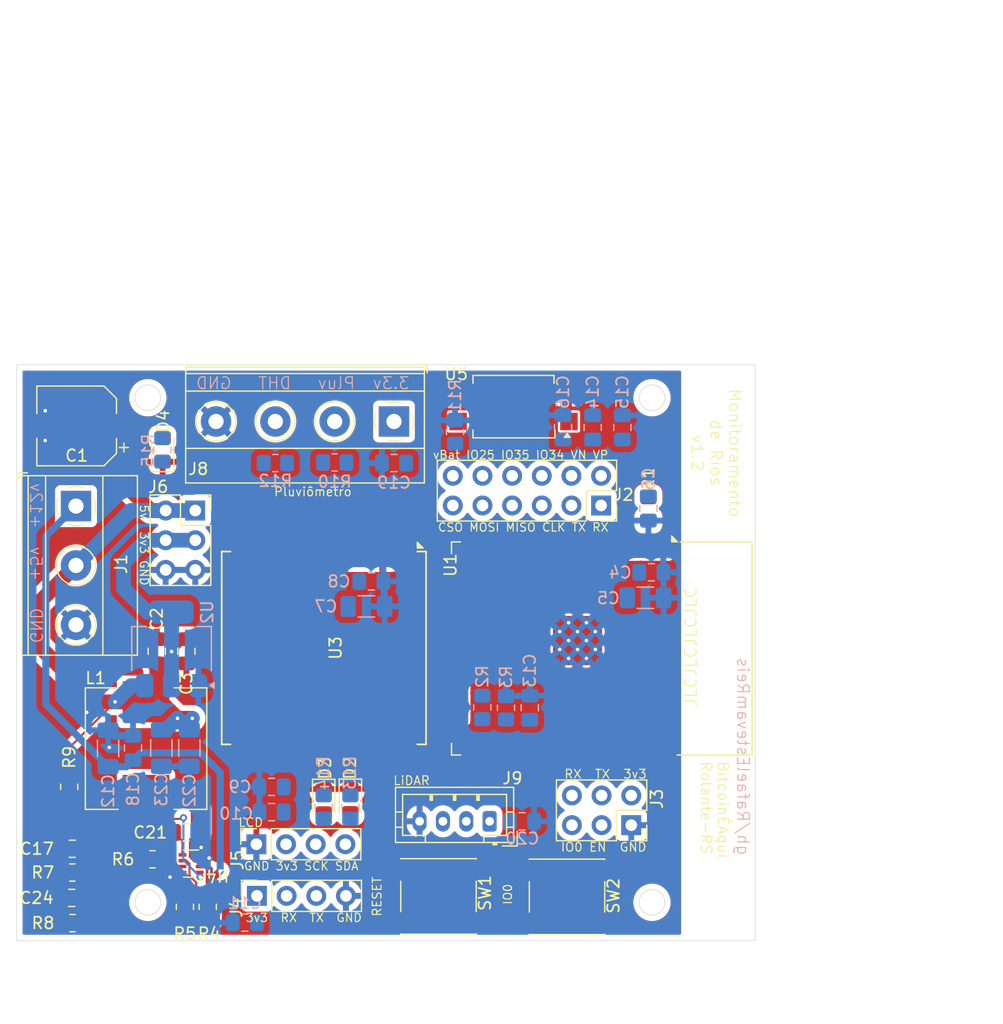
<source format=kicad_pcb>
(kicad_pcb (version 20240108) (generator "pcbnew") (generator_version "8.0")
  (layers (0 "F.Cu" signal) (1 "In1.Cu" signal) (2 "In2.Cu" signal) (31 "B.Cu" signal) (34 "B.Paste" user) (35 "F.Paste" user) (36 "B.SilkS" user "B.Silkscreen") (37 "F.SilkS" user "F.Silkscreen") (38 "B.Mask" user) (39 "F.Mask" user) (44 "Edge.Cuts" user))
  (net 0 "")
  (net 1 "+5V")
  (net 2 "GND")
  (net 3 "+3.3V")
  (net 4 "/EN")
  (net 5 "/VBAT_DIV")
  (net 6 "/AVN")
  (net 7 "/AVP")
  (net 8 "/IO34")
  (net 9 "Net-(D2-A)")
  (net 10 "/VBAT")
  (net 11 "/RXD0")
  (net 12 "/IO0")
  (net 13 "/TXD0")
  (net 14 "/HSPI_CLK")
  (net 15 "/HSPI_MOSI")
  (net 16 "/HSPI_MISO")
  (net 17 "/HSPI_CSO")
  (net 18 "/L_TXD")
  (net 19 "/L_RXD")
  (net 20 "/LCD_SCK")
  (net 21 "/LCD_SDA")
  (net 22 "/SX_DIO0")
  (net 23 "/SX_SCK")
  (net 26 "Net-(D3-A)")
  (net 29 "/SX_MOSI")
  (net 30 "/SX_NSS")
  (net 31 "/SX_RST")
  (net 33 "/SX_MISO")
  (net 34 "/DX_DIO1")
  (net 37 "/SX_DIO2")
  (net 41 "/S_PLUV_RAW")
  (net 42 "Net-(R10-Pad1)")
  (net 43 "Net-(R11-Pad2)")
  (net 44 "Net-(D4-A)")
  (net 45 "/IO04")
  (net 46 "/LED_Status")
  (net 47 "/S_PLUV")
  (net 48 "+12V")
  (net 49 "Net-(U4-SS)")
  (net 50 "Net-(U4-SW)")
  (net 51 "Net-(U4-BST)")
  (net 52 "Net-(C24-Pad1)")
  (net 53 "Net-(U4-EN)")
  (net 54 "Net-(U4-FB)")
  (net 55 "Net-(U4-PG)")
  (footprint "Resistor_SMD:R_0805_2012Metric_Pad1.20x1.40mm_HandSolder" (layer "F.Cu") (at 149.5485 90.7925 90)
    (property "Reference" "R1")
    (property "Value" "12k")
  )
  (footprint "Connector_PinSocket_2.54mm:PinSocket_1x04_P2.54mm_Vertical" (layer "F.Cu") (at 115.9764 119.4858 90)
    (property "Reference" "J5")
    (property "Value" "LCD")
  )
  (footprint "Button_Switch_SMD:SW_Push_1P1T_NO_6x6mm_H9.5mm" (layer "F.Cu") (at 131.572 123.952)
    (property "Reference" "SW1")
    (property "Value" "EN")
  )
  (footprint "LED_SMD:LED_0805_2012Metric_Pad1.15x1.40mm_HandSolder" (layer "F.Cu") (at 107.95 85.7406 90)
    (property "Reference" "D4")
    (property "Value" "LED")
  )
  (footprint "Capacitor_SMD:C_0805_2012Metric_Pad1.18x1.45mm_HandSolder" (layer "F.Cu") (at 107.442 102.9755 90)
    (property "Reference" "C2")
    (property "Value" "22uF")
  )
  (footprint "Connector_PinSocket_2.54mm:PinSocket_2x06_P2.54mm_Vertical" (layer "F.Cu") (at 145.5 90.5 -90)
    (property "Reference" "J2")
    (property "Value" "IO")
  )
  (footprint "Connector_PinSocket_2.54mm:PinSocket_2x03_P2.54mm_Vertical" (layer "F.Cu") (at 148.082 117.856 -90)
    (property "Reference" "J3")
    (property "Value" "PGM2")
  )
  (footprint "Resistor_SMD:R_0805_2012Metric_Pad1.20x1.40mm_HandSolder" (layer "F.Cu") (at 111.8108 124.841 -90)
    (property "Reference" "R4")
    (property "Value" "191k")
  )
  (footprint "Resistor_SMD:R_0805_2012Metric_Pad1.20x1.40mm_HandSolder" (layer "F.Cu") (at 100.2116 121.9068 180)
    (property "Reference" "R7")
    (property "Value" "10k")
  )
  (footprint "Capacitor_SMD:C_0805_2012Metric_Pad1.18x1.45mm_HandSolder" (layer "F.Cu") (at 109.982 102.9755 -90)
    (property "Reference" "C3")
    (property "Value" "22uF")
  )
  (footprint "Connector_PinSocket_2.54mm:PinSocket_1x04_P2.54mm_Vertical" (layer "F.Cu") (at 116.0272 123.9054 90)
    (property "Reference" "J4")
    (property "Value" "USS")
  )
  (footprint "RF_Module:ESP32-WROOM-32" (layer "F.Cu") (at 142.5685 102.7345 -90)
    (property "Reference" "U1")
    (property "Value" "ESP32-WROOM-32")
  )
  (footprint "Capacitor_SMD:C_0805_2012Metric_Pad1.18x1.45mm_HandSolder" (layer "F.Cu") (at 100.2061 119.8748 180)
    (property "Reference" "C17")
    (property "Value" "22nF")
  )
  (footprint "Resistor_SMD:R_0805_2012Metric_Pad1.20x1.40mm_HandSolder" (layer "F.Cu") (at 99.949 114.57 90)
    (property "Reference" "R9")
    (property "Value" "10k")
  )
  (footprint "Capacitor_SMD:CP_Elec_6.3x5.7" (layer "F.Cu") (at 100.584 83.693 180)
    (property "Reference" "C1")
    (property "Value" "100uF")
  )
  (footprint "Package_SO:SSO-4_6.7x5.1mm_P2.54mm_Clearance8mm" (layer "F.Cu") (at 137.998 82.042 180)
    (property "Reference" "U5")
    (property "Value" "PC817")
  )
  (footprint "Capacitor_SMD:C_0805_2012Metric_Pad1.18x1.45mm_HandSolder" (layer "F.Cu") (at 109.9605 118.4778)
    (property "Reference" "C21")
    (property "Value" "100nF")
  )
  (footprint "LED_SMD:LED_0805_2012Metric_Pad1.15x1.40mm_HandSolder" (layer "F.Cu") (at 124.0282 115.7684 -90)
    (property "Reference" "D2")
    (property "Value" "LED")
  )
  (footprint "Button_Switch_SMD:SW_Push_1P1T_NO_6x6mm_H9.5mm" (layer "F.Cu") (at 142.583 123.988)
    (property "Reference" "SW2")
    (property "Value" "IO0")
  )
  (footprint "Inductor_SMD:L_Wuerth_HCI-1040" (layer "F.Cu") (at 106.5276 111.3028 90)
    (property "Reference" "L1")
    (property "Value" "6.8uH")
  )
  (footprint "Capacitor_SMD:C_0805_2012Metric_Pad1.18x1.45mm_HandSolder" (layer "F.Cu") (at 100.1645 124.079 180)
    (property "Reference" "C24")
    (property "Value" "300pF")
  )
  (footprint "LED_SMD:LED_0805_2012Metric_Pad1.15x1.40mm_HandSolder" (layer "F.Cu") (at 121.7422 115.7864 -90)
    (property "Reference" "D3")
    (property "Value" "LED")
  )
  (footprint "TerminalBlock_Phoenix:TerminalBlock_Phoenix_MKDS-1,5-4-5.08_1x04_P5.08mm_Horizontal" (layer "F.Cu") (at 127.762 83.312 180)
    (property "Reference" "J8")
    (property "Value" "Pluv")
  )
  (footprint "Resistor_SMD:R_0805_2012Metric_Pad1.20x1.40mm_HandSolder" (layer "F.Cu") (at 107.077 120.777 180)
    (property "Reference" "R6")
    (property "Value" "10k")
  )
  (footprint "Resistor_SMD:R_0805_2012Metric_Pad1.20x1.40mm_HandSolder" (layer "F.Cu") (at 109.855 124.8476 90)
    (property "Reference" "R5")
    (property "Value" "50k")
  )
  (footprint "RF_Module:Ai-Thinker-Ra-01-LoRa" (layer "F.Cu") (at 121.757 102.693 -90)
    (property "Reference" "U3")
    (property "Value" "Ai-Thinker-Ra-02")
  )
  (footprint "Connector_PinSocket_2.54mm:PinSocket_2x03_P2.54mm_Vertical" (layer "F.Cu") (at 110.744 90.932)
    (property "Reference" "J6")
    (property "Value" "SNS_PWR")
  )
  (footprint "Package_TO_SOT_SMD:SOT-583-8" (layer "F.Cu") (at 110.385 121.1448 180)
    (property "Reference" "U4")
    (property "Value" "MP2338GTL")
  )
  (footprint "Connector_JST:JST_PH_B4B-PH-K_1x04_P2.00mm_Vertical" (layer "F.Cu") (at 135.953 117.5258 180)
    (property "Reference" "J9")
    (property "Value" "Lidar")
  )
  (footprint "TerminalBlock_Phoenix:TerminalBlock_Phoenix_MKDS-1,5-3-5.08_1x03_P5.08mm_Horizontal" (layer "F.Cu") (at 100.5265 90.551 -90)
    (property "Reference" "J1")
    (property "Value" "PWR")
  )
  (footprint "Resistor_SMD:R_0805_2012Metric_Pad1.20x1.40mm_HandSolder" (layer "F.Cu") (at 100.2276 126.238 180)
    (property "Reference" "R8")
    (property "Value" "91k")
  )
  (footprint "Capacitor_SMD:C_0805_2012Metric_Pad1.18x1.45mm_HandSolder" (layer "B.Cu") (at 125.821 96.9995)
    (property "Reference" "C8")
    (property "Value" "100nf")
  )
  (footprint "Capacitor_SMD:C_0805_2012Metric_Pad1.18x1.45mm_HandSolder" (layer "B.Cu") (at 149.5485 90.755 -90)
    (property "Reference" "C6")
    (property "Value" "100nF")
  )
  (footprint "Resistor_SMD:R_0805_2012Metric_Pad1.20x1.40mm_HandSolder" (layer "B.Cu") (at 117.602 86.868 180)
    (property "Reference" "R12")
    (property "Value" "10k")
  )
  (footprint "Resistor_SMD:R_0805_2012Metric_Pad1.20x1.40mm_HandSolder" (layer "B.Cu") (at 124.0282 116.3014 90)
    (property "Reference" "R13")
    (property "Value" "200")
  )
  (footprint "Resistor_SMD:R_0805_2012Metric_Pad1.20x1.40mm_HandSolder" (layer "B.Cu") (at 121.7422 116.3014 90)
    (property "Reference" "R14")
    (property "Value" "200")
  )
  (footprint "Capacitor_SMD:C_0805_2012Metric_Pad1.18x1.45mm_HandSolder" (layer "B.Cu") (at 138.7255 117.5258)
    (property "Reference" "C20")
    (property "Value" "22uF")
  )
  (footprint "Capacitor_SMD:C_1206_3216Metric_Pad1.33x1.80mm_HandSolder" (layer "B.Cu") (at 110.236 111.252 -90)
    (property "Reference" "C22")
    (property "Value" "22uF")
  )
  (footprint "Resistor_SMD:R_0805_2012Metric_Pad1.20x1.40mm_HandSolder" (layer "B.Cu") (at 137.3565 107.8105 90)
    (property "Reference" "R3")
    (property "Value" "8k2")
  )
  (footprint "Package_TO_SOT_SMD:SOT-223-3_TabPin2" (layer "B.Cu") (at 108.712 102.768 90)
    (property "Reference" "U2")
    (property "Value" "AMS1117")
  )
  (footprint "Capacitor_SMD:C_0805_2012Metric_Pad1.18x1.45mm_HandSolder" (layer "B.Cu") (at 149.8025 96.216)
    (property "Reference" "C4")
    (property "Value" "100nF")
  )
  (footprint "Capacitor_SMD:C_0805_2012Metric_Pad1.18x1.45mm_HandSolder" (layer "B.Cu") (at 142.24 83.82 -90)
    (property "Reference" "C16")
    (property "Value" "100nF")
  )
  (footprint "Capacitor_SMD:C_0805_2012Metric_Pad1.18x1.45mm_HandSolder" (layer "B.Cu") (at 117.2757 116.7384)
    (property "Reference" "C10")
    (property "Value" "100nF")
  )
  (footprint "Resistor_SMD:R_0805_2012Metric_Pad1.20x1.40mm_HandSolder" (layer "B.Cu") (at 122.682 86.8172)
    (property "Reference" "R10")
    (property "Value" "470R")
  )
  (footprint "Capacitor_SMD:C_0805_2012Metric_Pad1.18x1.45mm_HandSolder" (layer "B.Cu") (at 144.78 83.82 -90)
    (property "Reference" "C14")
    (property "Value" "100nF")
  )
  (footprint "Resistor_SMD:R_0805_2012Metric_Pad1.20x1.40mm_HandSolder" (layer "B.Cu") (at 135.3245 107.7785 -90)
    (property "Reference" "R2")
    (property "Value" "100k")
  )
  (footprint "Capacitor_SMD:C_0805_2012Metric_Pad1.18x1.45mm_HandSolder" (layer "B.Cu") (at 114.9897 126.1914 180)
    (property "Reference" "C11")
    (property "Value" "22uF")
  )
  (footprint "Capacitor_SMD:C_0805_2012Metric_Pad1.18x1.45mm_HandSolder" (layer "B.Cu") (at 139.3885 107.805 -90)
    (property "Reference" "C13")
    (property "Value" "100nF")
  )
  (footprint "Capacitor_SMD:C_1206_3216Metric_Pad1.33x1.80mm_HandSolder" (layer "B.Cu") (at 125.4015 99.137)
    (property "Reference" "C7")
    (property "Value" "22uF")
  )
  (footprint "Resistor_SMD:R_0805_2012Metric_Pad1.20x1.40mm_HandSolder" (layer "B.Cu") (at 107.9246 85.741 -90)
    (property "Reference" "R15")
    (property "Value" "200")
  )
  (footprint "Capacitor_SMD:C_0805_2012Metric_Pad1.18x1.45mm_HandSolder" (layer "B.Cu") (at 127.762 86.868)
    (property "Reference" "C19")
    (property "Value" "22uF")
  )
  (footprint "Capacitor_SMD:C_0805_2012Metric_Pad1.18x1.45mm_HandSolder" (layer "B.Cu") (at 105.41 111.252 90)
    (property "Reference" "C18")
    (property "Value" "100nF")
  )
  (footprint "Capacitor_SMD:C_0805_2012Metric_Pad1.18x1.45mm_HandSolder" (layer "B.Cu") (at 117.2757 114.5794 180)
    (property "Reference" "C9")
    (property "Value" "22uF")
  )
  (footprint "Capacitor_SMD:C_1206_3216Metric_Pad1.33x1.80mm_HandSolder" (layer "B.Cu") (at 149.2945 98.3965)
    (property "Reference" "C5")
    (property "Value" "22uF")
  )
  (footprint "Capacitor_SMD:C_1206_3216Metric_Pad1.33x1.80mm_HandSolder" (layer "B.Cu") (at 107.8361 111.252 -90)
    (property "Reference" "C23")
    (property "Value" "22uF")
  )
  (footprint "Capacitor_SMD:C_1206_3216Metric_Pad1.33x1.80mm_HandSolder" (layer "B.Cu") (at 103.276694 111.2905 90)
    (property "Reference" "C12")
    (property "Value" "22uF")
  )
  (footprint "Capacitor_SMD:C_0805_2012Metric_Pad1.18x1.45mm_HandSolder" (layer "B.Cu") (at 147.32 83.82 -90)
    (property "Reference" "C15")
    (property "Value" "100nF")
  )
  (footprint "Resistor_SMD:R_0805_2012Metric_Pad1.20x1.40mm_HandSolder" (layer "B.Cu") (at 132.9944 84.2104 -90)
    (property "Reference" "R11")
    (property "Value" "10k")
  )
  (gr_circle (center 149.86 81.28) (end 149.86 82.38) (stroke (width 0.05)) (fill none) (layer "Edge.Cuts"))
  (gr_rect (start 95.4465 78.4575) (end 158.6925 127.7335) (stroke (width 0.05)) (fill none) (layer "Edge.Cuts"))
  (gr_circle (center 149.86 124.46) (end 149.86 125.56) (stroke (width 0.05)) (fill none) (layer "Edge.Cuts"))
  (gr_circle (center 106.68 81.28) (end 106.68 82.38) (stroke (width 0.05)) (fill none) (layer "Edge.Cuts"))
  (gr_circle (center 106.68 124.46) (end 106.68 125.56) (stroke (width 0.05)) (fill none) (layer "Edge.Cuts"))
  (gr_text "3.3v  Pluv   DHT   GND" (at 129.159 80.6196 0) (layer "B.SilkS") (effects (font (size 1 1) (thickness 0.1)) (justify left bottom mirror)))
  (gr_text "GND   +5v  +12v" (at 96.52 102.362 270) (layer "B.SilkS") (effects (font (size 1 1) (thickness 0.1)) (justify left bottom mirror)))
  (gr_text "gh/RafaelEstevamReis" (at 157.0736 120.4976 -90) (layer "B.SilkS") (effects (font (size 1 1) (thickness 0.1)) (justify left bottom mirror)))
  (gr_text "IO0 EN  GND" (at 141.9927 120.1705 0) (layer "F.SilkS") (effects (font (size 0.75 0.75) (thickness 0.1)) (justify left bottom)))
  (gr_text "vBat IO25 IO35 IO34 VN VP" (at 131.0386 86.5886 0) (layer "F.SilkS") (effects (font (size 0.7112 0.7112) (thickness 0.1)) (justify left bottom)))
  (gr_text "RESET" (at 126.746 125.73 90) (layer "F.SilkS") (effects (font (size 0.75 0.75) (thickness 0.1)) (justify left bottom)))
  (gr_text "LiDAR" (at 127.6472 114.4778 0) (layer "F.SilkS") (effects (font (size 0.75 0.75) (thickness 0.1)) (justify left bottom)))
  (gr_text "CSO MOSI MISO CLK TX RX" (at 131.4704 92.7862 0) (layer "F.SilkS") (effects (font (size 0.7112 0.7112) (thickness 0.1)) (justify left bottom)))
  (gr_text "Pluviômetro" (at 117.4242 89.7636 0) (layer "F.SilkS") (effects (font (size 0.75 0.75) (thickness 0.1)) (justify left bottom)))
  (gr_text "BitcoinÉAqui\nRolante-RS" (at 153.9748 112.3188 270) (layer "F.SilkS") (effects (font (size 0.9 0.9) (thickness 0.1)) (justify left bottom)))
  (gr_text "3v3  RX  TX  GND" (at 115.0112 126.1914 0) (layer "F.SilkS") (effects (font (size 0.7112 0.7112) (thickness 0.1)) (justify left bottom)))
  (gr_text "GND 3v3 SCK SDA" (at 114.8588 121.7718 0) (layer "F.SilkS") (effects (font (size 0.7112 0.7112) (thickness 0.1)) (justify left bottom)))
  (gr_text "Monitoramento\nde Rios\nv1.2" (at 153.162 86.0044 270) (layer "F.SilkS") (effects (font (size 1 1) (thickness 0.1)) (justify bottom)))
  (gr_text "IO0" (at 137.922 124.714 90) (layer "F.SilkS") (effects (font (size 0.7112 0.7112) (thickness 0.1)) (justify left bottom)))
  (gr_text "RX  TX  3v3" (at 142.2975 113.9221 0) (layer "F.SilkS") (effects (font (size 0.75 0.75) (thickness 0.1)) (justify left bottom)))
  (gr_text "LCD" (at 114.3762 118.0634 0) (layer "F.SilkS") (effects (font (size 0.75 0.75) (thickness 0.1)) (justify left bottom)))
  (gr_text "5v  3v3 GND" (at 105.9434 90.3732 270) (layer "F.SilkS") (effects (font (size 0.7112 0.7112) (thickness 0.1)) (justify left bottom)))
  (gr_text "JLCJLCJLCJLC" (at 153.7716 107.7976 90) (layer "F.SilkS") (effects (font (size 1 1) (thickness 0.1)) (justify left bottom)))
  (segment (start 100.0783 123.1277) (end 100.0783 117.236952) (width 0.1778) (layer "F.Cu") (net 1))
  (segment (start 107.442 104.013) (end 107.442 106.3884) (width 1.27) (layer "F.Cu") (net 1))
  (segment (start 99.2276 126.238) (end 99.2276 124.1796) (width 0.1778) (layer "F.Cu") (net 1))
  (segment (start 99.949 113.57) (end 99.949 111.2276) (width 0.1778) (layer "F.Cu") (net 1))
  (segment (start 106.5276 107.3028) (end 107.8108 107.3028) (width 1.27) (layer "F.Cu") (net 1))
  (segment (start 108.204 90.932) (end 106.934 90.932) (width 1.27) (layer "F.Cu") (net 1))
  (segment (start 98.933 116.091652) (end 98.933 114.586) (width 0.1778) (layer "F.Cu") (net 1))
  (segment (start 99.949 111.2276) (end 103.8738 107.3028) (width 0.1778) (layer "F.Cu") (net 1))
  (segment (start 109.22 108.712) (end 110.49 108.712) (width 1.27) (layer "F.Cu") (net 1))
  (segment (start 107.442 106.3884) (end 106.5276 107.3028) (width 1.27) (layer "F.Cu") (net 1))
  (segment (start 100.5265 95.631) (end 97.1804 98.9771) (width 1.27) (layer "F.Cu") (net 1))
  (segment (start 109.093 108.585) (end 109.22 108.712) (width 1.27) (layer "F.Cu") (net 1))
  (segment (start 99.127 124.079) (end 100.0783 123.1277) (width 0.1778) (layer "F.Cu") (net 1))
  (segment (start 106.934 90.932) (end 103.284 87.282) (width 1.27) (layer "F.Cu") (net 1))
  (segment (start 100.0783 117.236952) (end 98.933 116.091652) (width 0.1778) (layer "F.Cu") (net 1))
  (segment (start 98.933 114.586) (end 99.949 113.57) (width 0.1778) (layer "F.Cu") (net 1))
  (segment (start 107.8108 107.3028) (end 109.093 108.585) (width 1.27) (layer "F.Cu") (net 1))
  (segment (start 103.284 87.282) (end 103.284 83.693) (width 1.27) (layer "F.Cu") (net 1))
  (segment (start 97.1804 102.356274) (end 102.126926 107.3028) (width 1.27) (layer "F.Cu") (net 1))
  (segment (start 103.8738 107.3028) (end 106.5276 107.3028) (width 1.27) (layer "F.Cu") (net 1))
  (segment (start 102.126926 107.3028) (end 103.8738 107.3028) (width 1.27) (layer "F.Cu") (net 1))
  (segment (start 99.2276 124.1796) (end 99.127 124.079) (width 0.1778) (layer "F.Cu") (net 1))
  (segment (start 97.1804 98.9771) (end 97.1804 102.356274) (width 1.27) (layer "F.Cu") (net 1))
  (via (at 109.22 108.712) (size 0.6096) (drill 0.3048) (layers "F.Cu" "B.Cu") (net 1))
  (via (at 103.8738 107.3028) (size 0.6096) (drill 0.3048) (layers "F.Cu" "B.Cu") (net 1))
  (via (at 110.49 108.712) (size 0.6096) (drill 0.3048) (layers "F.Cu" "B.Cu") (net 1))
  (segment (start 110.236 109.6895) (end 110.236 108.966) (width 1.27) (layer "B.Cu") (net 1))
  (segment (start 107.8361 109.6895) (end 108.2425 109.6895) (width 1.27) (layer "B.Cu") (net 1))
  (segment (start 108.2425 109.6895) (end 109.22 108.712) (width 1.27) (layer "B.Cu") (net 1))
  (segment (start 100.5265 95.631) (end 105.2255 90.932) (width 1.27) (layer "B.Cu") (net 1))
  (segment (start 110.236 108.966) (end 110.49 108.712) (width 1.27) (layer "B.Cu") (net 1))
  (segment (start 105.2586 105.918) (end 103.8738 107.3028) (width 1.27) (layer "B.Cu") (net 1))
  (segment (start 110.236 109.6895) (end 110.1975 109.6895) (width 1.27) (layer "B.Cu") (net 1))
  (segment (start 106.412 105.918) (end 105.2586 105.918) (width 1.27) (layer "B.Cu") (net 1))
  (segment (start 105.2255 90.932) (end 110.744 90.932) (width 1.27) (layer "B.Cu") (net 1))
  (segment (start 110.1975 109.6895) (end 109.22 108.712) (width 1.27) (layer "B.Cu") (net 1))
  (segment (start 109.855 123.8476) (end 109.855 123.571) (width 0.3048) (layer "F.Cu") (net 2))
  (segment (start 111.125 120.3948) (end 111.651959 120.3948) (width 0.3048) (layer "F.Cu") (net 2))
  (segment (start 111.125 119.888) (end 111.252 119.761) (width 0.3048) (layer "F.Cu") (net 2))
  (segment (start 109.855 123.571) (end 108.585 122.301) (width 0.3048) (layer "F.Cu") (net 2))
  (segment (start 111.125 120.3948) (end 111.125 119.888) (width 0.3048) (layer "F.Cu") (net 2))
  (segment (start 111.651959 120.3948) (end 111.928336 120.671177) (width 0.3048) (layer "F.Cu") (net 2))
  (via (at 97.8916 84.9376) (size 0.6096) (drill 0.3048) (layers "F.Cu" "B.Cu") (net 2))
  (via (at 103.378 111.2012) (size 0.6096) (drill 0.3048) (layers "F.Cu" "B.Cu") (net 2))
  (via (at 111.252 119.761) (size 0.6096) (drill 0.3048) (layers "F.Cu" "B.Cu") (net 2))
  (via (at 108.585 122.301) (size 0.6096) (drill 0.3048) (layers "F.Cu" "B.Cu") (net 2))
  (via (at 101.4476 108.204) (size 0.6096) (drill 0.3048) (layers "F.Cu" "B.Cu") (net 2))
  (via (at 97.8916 82.3976) (size 0.6096) (drill 0.3048) (layers "F.Cu" "B.Cu") (net 2))
  (via (at 111.928336 120.671177) (size 0.6096) (drill 0.3048) (layers "F.Cu" "B.Cu") (net 2))
  (segment (start 103.763194 110.2145) (end 103.276694 109.728) (width 0.6096) (layer "B.Cu") (net 2))
  (segment (start 105.41 110.2145) (end 103.763194 110.2145) (width 0.6096) (layer "B.Cu") (net 2))
  (segment (start 109.982 101.938) (end 109.771 101.938) (width 0.6096) (layer "F.Cu") (net 3))
  (segment (start 109.771 101.938) (end 108.712 102.997) (width 0.6096) (layer "F.Cu") (net 3))
  (via (at 108.712 102.997) (size 0.6096) (drill 0.3048) (layers "F.Cu" "B.Cu") (net 3))
  (segment (start 104.5972 97.5868) (end 104.5972 95.4024) (width 1.27) (layer "B.Cu") (net 3))
  (segment (start 108.712 99.618) (end 106.6284 99.618) (width 1.27) (layer "B.Cu") (net 3))
  (segment (start 108.712 102.997) (end 108.712 99.618) (width 1.27) (layer "B.Cu") (net 3))
  (segment (start 106.6284 99.618) (end 104.5972 97.5868) (width 1.27) (layer "B.Cu") (net 3))
  (segment (start 108.712 105.918) (end 108.712 102.997) (width 1.27) (layer "B.Cu") (net 3))
  (segment (start 104.5972 95.4024) (end 106.5276 93.472) (width 1.27) (layer "B.Cu") (net 3))
  (segment (start 106.5276 93.472) (end 110.744 93.472) (width 1.27) (layer "B.Cu") (net 3))
  (segment (start 111.9426 122.4788) (end 112.1664 122.4788) (width 0.6096) (layer "F.Cu") (net 48))
  (segment (start 111.701535 121.3948) (end 111.9426 121.635865) (width 0.3048) (layer "F.Cu") (net 48))
  (segment (start 111.125 121.3948) (end 111.701535 121.3948) (width 0.3048) (layer "F.Cu") (net 48))
  (segment (start 112.1664 122.4788) (end 112.8776 121.7676) (width 0.6096) (layer "F.Cu") (net 48))
  (segment (start 111.8108 123.841) (end 111.9426 123.7092) (width 0.6096) (layer "F.Cu") (net 48))
  (segment (start 111.9426 123.7092) (end 111.9426 122.4788) (width 0.6096) (layer "F.Cu") (net 48))
  (segment (start 111.9426 122.4788) (end 111.9426 121.635865) (width 0.6096) (layer "F.Cu") (net 48))
  (via (at 112.8776 121.7676) (size 0.6096) (drill 0.3048) (layers "F.Cu" "B.Cu") (net 48))
  (segment (start 105.41 112.2895) (end 106.0301 111.6694) (width 0.6096) (layer "B.Cu") (net 48))
  (segment (start 97.9424 93.1351) (end 100.5265 90.551) (width 0.6096) (layer "B.Cu") (net 48))
  (segment (start 103.276694 112.853) (end 97.9424 107.518706) (width 0.6096) (layer "B.Cu") (net 48))
  (segment (start 97.9424 107.518706) (end 97.9424 93.1351) (width 0.6096) (layer "B.Cu") (net 48))
  (segment (start 103.276694 112.853) (end 104.8465 112.853) (width 0.6096) (layer "B.Cu") (net 48))
  (segment (start 112.8776 113.35062) (end 112.8776 121.7676) (width 0.6096) (layer "B.Cu") (net 48))
  (segment (start 104.8465 112.853) (end 105.41 112.2895) (width 0.6096) (layer "B.Cu") (net 48))
  (segment (start 106.0301 111.6694) (end 111.19638 111.6694) (width 0.6096) (layer "B.Cu") (net 48))
  (segment (start 111.19638 111.6694) (end 112.8776 113.35062) (width 0.6096) (layer "B.Cu") (net 48))
  (segment (start 109.645 121.3948) (end 109.31 121.3948) (width 0.1778) (layer "F.Cu") (net 49))
  (segment (start 108.647952 119.8103) (end 101.3081 119.8103) (width 0.1778) (layer "F.Cu") (net 49))
  (segment (start 109.31 121.3948) (end 108.9437 121.0285) (width 0.1778) (layer "F.Cu") (net 49))
  (segment (start 108.9437 121.0285) (end 108.9437 120.106048) (width 0.1778) (layer "F.Cu") (net 49))
  (segment (start 101.3081 119.8103) (end 101.2436 119.8748) (width 0.1778) (layer "F.Cu") (net 49))
  (segment (start 108.9437 120.106048) (end 108.647952 119.8103) (width 0.1778) (layer "F.Cu") (net 49))
  (segment (start 110.70093 120.8948) (end 110.3498 120.54367) (width 0.3048) (layer "F.Cu") (net 50))
  (segment (start 109.7976 115.3028) (end 110.998 116.5032) (width 1.27) (layer "F.Cu") (net 50))
  (segment (start 106.5276 115.3028) (end 109.7976 115.3028) (width 1.27) (layer "F.Cu") (net 50))
  (segment (start 110.3498 119.126) (end 110.998 118.4778) (width 0.3048) (layer "F.Cu") (net 50))
  (segment (start 111.125 120.8948) (end 110.70093 120.8948) (width 0.3048) (layer "F.Cu") (net 50))
  (segment (start 110.3498 120.54367) (end 110.3498 119.126) (width 0.3048) (layer "F.Cu") (net 50))
  (segment (start 110.998 116.5032) (end 110.998 118.4778) (width 1.27) (layer "F.Cu") (net 50))
  (segment (start 109.645 119.1998) (end 108.923 118.4778) (width 0.1778) (layer "F.Cu") (net 51))
  (segment (start 109.645 120.3948) (end 109.645 119.1998) (width 0.1778) (layer "F.Cu") (net 51))
  (segment (start 101.202 121.9164) (end 101.2116 121.9068) (width 0.1778) (layer "F.Cu") (net 52))
  (segment (start 106.077 120.777) (end 102.3414 120.777) (width 0.1778) (layer "F.Cu") (net 52))
  (segment (start 102.3414 120.777) (end 101.2116 121.9068) (width 0.1778) (layer "F.Cu") (net 52))
  (segment (start 101.202 124.079) (end 101.202 121.9164) (width 0.1778) (layer "F.Cu") (net 52))
  (segment (start 109.8616 125.841) (end 109.855 125.8476) (width 0.1778) (layer "F.Cu") (net 53))
  (segment (start 110.2467 121.1615) (end 109.98 120.8948) (width 0.1778) (layer "F.Cu") (net 53))
  (segment (start 109.98 120.8948) (end 109.645 120.8948) (width 0.1778) (layer "F.Cu") (net 53))
  (segment (start 109.855 125.8476) (end 110.8217 124.8809) (width 0.1778) (layer "F.Cu") (net 53))
  (segment (start 110.8217 124.8809) (end 110.8217 122.7597) (width 0.1778) (layer "F.Cu") (net 53))
  (segment (start 110.8217 122.7597) (end 110.2467 122.1847) (width 0.1778) (layer "F.Cu") (net 53))
  (segment (start 111.8108 125.841) (end 109.8616 125.841) (width 0.1778) (layer "F.Cu") (net 53))
  (segment (start 110.2467 122.1847) (end 110.2467 121.1615) (width 0.1778) (layer "F.Cu") (net 53))
  (segment (start 109.1948 121.8948) (end 109.645 121.8948) (width 0.1778) (layer "F.Cu") (net 54))
  (segment (start 108.077 120.777) (end 109.1948 121.8948) (width 0.1778) (layer "F.Cu") (net 54))
  (segment (start 111.125 121.8948) (end 111.125 122.254776) (width 0.1778) (layer "F.Cu") (net 55))
  (segment (start 99.949 115.57) (end 101.6985 117.3195) (width 0.1778) (layer "F.Cu") (net 55))
  (segment (start 109.6295 117.3195) (end 109.728 117.221) (width 0.1778) (layer "F.Cu") (net 55))
  (segment (start 111.125 122.254776) (end 111.151459 122.281235) (width 0.1778) (layer "F.Cu") (net 55))
  (segment (start 101.6985 117.3195) (end 109.6295 117.3195) (width 0.1778) (layer "F.Cu") (net 55))
  (via (at 111.151459 122.281235) (size 0.6096) (drill 0.3048) (layers "F.Cu" "B.Cu") (net 55))
  (via (at 109.728 117.221) (size 0.6096) (drill 0.3048) (layers "F.Cu" "B.Cu") (net 55))
  (segment (start 111.151459 122.281235) (end 109.728 120.857776) (width 0.1778) (layer "B.Cu") (net 55))
  (segment (start 109.728 120.857776) (end 109.728 117.221) (width 0.1778) (layer "B.Cu") (net 55))
  (zone (net 2) (net_name "GND") (layers "F.Cu" "In1.Cu" "B.Cu") (connect_pads (clearance 0.5)) (min_thickness 0.25) (fill yes (thermal_gap 0.5) (thermal_bridge_width 0.5))
    (polygon (pts (xy 152.3425 78.4575) (xy 152.3425 127.7335) (xy 95.4465 127.7335) (xy 95.4465 78.4575)))
  )
)
</source>
